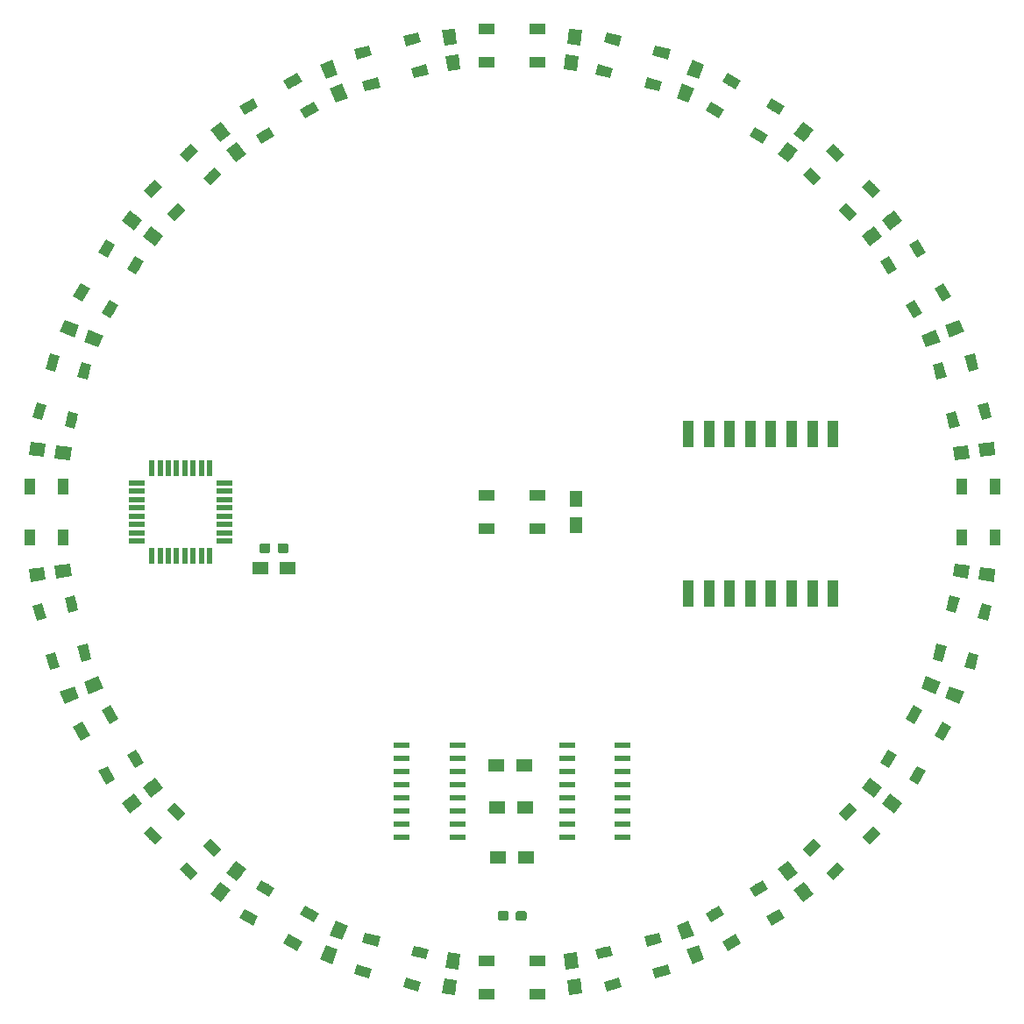
<source format=gtp>
G04 #@! TF.GenerationSoftware,KiCad,Pcbnew,(5.0.0)*
G04 #@! TF.CreationDate,2018-09-08T19:21:57+02:00*
G04 #@! TF.ProjectId,hal9k-badge,68616C396B2D62616467652E6B696361,rev?*
G04 #@! TF.SameCoordinates,PX5f5e100PY8f0d180*
G04 #@! TF.FileFunction,Paste,Top*
G04 #@! TF.FilePolarity,Positive*
%FSLAX46Y46*%
G04 Gerber Fmt 4.6, Leading zero omitted, Abs format (unit mm)*
G04 Created by KiCad (PCBNEW (5.0.0)) date 09/08/18 19:21:57*
%MOMM*%
%LPD*%
G01*
G04 APERTURE LIST*
%ADD10R,1.500000X0.600000*%
%ADD11C,1.000000*%
%ADD12C,0.100000*%
%ADD13R,1.500000X1.000000*%
%ADD14R,1.000000X1.500000*%
%ADD15C,1.250000*%
%ADD16R,1.250000X1.500000*%
%ADD17R,1.500000X1.300000*%
%ADD18R,1.600000X0.550000*%
%ADD19R,0.550000X1.600000*%
%ADD20C,0.950000*%
%ADD21R,1.100000X2.500000*%
G04 APERTURE END LIST*
D10*
G04 #@! TO.C,U5*
X55300000Y27445000D03*
X55300000Y26175000D03*
X55300000Y24905000D03*
X55300000Y23635000D03*
X55300000Y22365000D03*
X55300000Y21095000D03*
X55300000Y19825000D03*
X55300000Y18555000D03*
X60700000Y18555000D03*
X60700000Y19825000D03*
X60700000Y21095000D03*
X60700000Y22365000D03*
X60700000Y23635000D03*
X60700000Y24905000D03*
X60700000Y26175000D03*
X60700000Y27445000D03*
G04 #@! TD*
D11*
G04 #@! TO.C,D7*
X95646250Y40305551D03*
D12*
G36*
X95935099Y39451697D02*
X94969173Y39710516D01*
X95357401Y41159405D01*
X96323327Y40900586D01*
X95935099Y39451697D01*
X95935099Y39451697D01*
G37*
D11*
X92555287Y41133772D03*
D12*
G36*
X92844136Y40279918D02*
X91878210Y40538737D01*
X92266438Y41987626D01*
X93232364Y41728807D01*
X92844136Y40279918D01*
X92844136Y40279918D01*
G37*
D11*
X94378037Y35572514D03*
D12*
G36*
X94666886Y34718660D02*
X93700960Y34977479D01*
X94089188Y36426368D01*
X95055114Y36167549D01*
X94666886Y34718660D01*
X94666886Y34718660D01*
G37*
D11*
X91287074Y36400735D03*
D12*
G36*
X91575923Y35546881D02*
X90609997Y35805700D01*
X90998225Y37254589D01*
X91964151Y36995770D01*
X91575923Y35546881D01*
X91575923Y35546881D01*
G37*
G04 #@! TD*
D11*
G04 #@! TO.C,D8*
X91581784Y28821762D03*
D12*
G36*
X91639797Y27922243D02*
X90773771Y28422243D01*
X91523771Y29721281D01*
X92389797Y29221281D01*
X91639797Y27922243D01*
X91639797Y27922243D01*
G37*
D11*
X88810502Y30421762D03*
D12*
G36*
X88868515Y29522243D02*
X88002489Y30022243D01*
X88752489Y31321281D01*
X89618515Y30821281D01*
X88868515Y29522243D01*
X88868515Y29522243D01*
G37*
D11*
X89131784Y24578238D03*
D12*
G36*
X89189797Y23678719D02*
X88323771Y24178719D01*
X89073771Y25477757D01*
X89939797Y24977757D01*
X89189797Y23678719D01*
X89189797Y23678719D01*
G37*
D11*
X86360502Y26178238D03*
D12*
G36*
X86418515Y25278719D02*
X85552489Y25778719D01*
X86302489Y27077757D01*
X87168515Y26577757D01*
X86418515Y25278719D01*
X86418515Y25278719D01*
G37*
G04 #@! TD*
D11*
G04 #@! TO.C,D9*
X84683587Y18781236D03*
D12*
G36*
X84506810Y17897353D02*
X83799704Y18604459D01*
X84860364Y19665119D01*
X85567470Y18958013D01*
X84506810Y17897353D01*
X84506810Y17897353D01*
G37*
D11*
X82420846Y21043977D03*
D12*
G36*
X82244069Y20160094D02*
X81536963Y20867200D01*
X82597623Y21927860D01*
X83304729Y21220754D01*
X82244069Y20160094D01*
X82244069Y20160094D01*
G37*
D11*
X81218764Y15316413D03*
D12*
G36*
X81041987Y14432530D02*
X80334881Y15139636D01*
X81395541Y16200296D01*
X82102647Y15493190D01*
X81041987Y14432530D01*
X81041987Y14432530D01*
G37*
D11*
X78956023Y17579154D03*
D12*
G36*
X78779246Y16695271D02*
X78072140Y17402377D01*
X79132800Y18463037D01*
X79839906Y17755931D01*
X78779246Y16695271D01*
X78779246Y16695271D01*
G37*
G04 #@! TD*
D11*
G04 #@! TO.C,D10*
X75421762Y10868216D03*
D12*
G36*
X75022243Y10060203D02*
X74522243Y10926229D01*
X75821281Y11676229D01*
X76321281Y10810203D01*
X75022243Y10060203D01*
X75022243Y10060203D01*
G37*
D11*
X73821762Y13639498D03*
D12*
G36*
X73422243Y12831485D02*
X72922243Y13697511D01*
X74221281Y14447511D01*
X74721281Y13581485D01*
X73422243Y12831485D01*
X73422243Y12831485D01*
G37*
D11*
X71178238Y8418216D03*
D12*
G36*
X70778719Y7610203D02*
X70278719Y8476229D01*
X71577757Y9226229D01*
X72077757Y8360203D01*
X70778719Y7610203D01*
X70778719Y7610203D01*
G37*
D11*
X69578238Y11189498D03*
D12*
G36*
X69178719Y10381485D02*
X68678719Y11247511D01*
X69977757Y11997511D01*
X70477757Y11131485D01*
X69178719Y10381485D01*
X69178719Y10381485D01*
G37*
G04 #@! TD*
D11*
G04 #@! TO.C,D11*
X64427486Y5621963D03*
D12*
G36*
X63832451Y4944886D02*
X63573632Y5910812D01*
X65022521Y6299040D01*
X65281340Y5333114D01*
X63832451Y4944886D01*
X63832451Y4944886D01*
G37*
D11*
X63599265Y8712926D03*
D12*
G36*
X63004230Y8035849D02*
X62745411Y9001775D01*
X64194300Y9390003D01*
X64453119Y8424077D01*
X63004230Y8035849D01*
X63004230Y8035849D01*
G37*
D11*
X59694449Y4353750D03*
D12*
G36*
X59099414Y3676673D02*
X58840595Y4642599D01*
X60289484Y5030827D01*
X60548303Y4064901D01*
X59099414Y3676673D01*
X59099414Y3676673D01*
G37*
D11*
X58866228Y7444713D03*
D12*
G36*
X58271193Y6767636D02*
X58012374Y7733562D01*
X59461263Y8121790D01*
X59720082Y7155864D01*
X58271193Y6767636D01*
X58271193Y6767636D01*
G37*
G04 #@! TD*
D13*
G04 #@! TO.C,D12*
X52450000Y3400000D03*
X52450000Y6600000D03*
X47550000Y3400000D03*
X47550000Y6600000D03*
G04 #@! TD*
D11*
G04 #@! TO.C,D13*
X40305551Y4353750D03*
D12*
G36*
X39451697Y4064901D02*
X39710516Y5030827D01*
X41159405Y4642599D01*
X40900586Y3676673D01*
X39451697Y4064901D01*
X39451697Y4064901D01*
G37*
D11*
X41133772Y7444713D03*
D12*
G36*
X40279918Y7155864D02*
X40538737Y8121790D01*
X41987626Y7733562D01*
X41728807Y6767636D01*
X40279918Y7155864D01*
X40279918Y7155864D01*
G37*
D11*
X35572514Y5621963D03*
D12*
G36*
X34718660Y5333114D02*
X34977479Y6299040D01*
X36426368Y5910812D01*
X36167549Y4944886D01*
X34718660Y5333114D01*
X34718660Y5333114D01*
G37*
D11*
X36400735Y8712926D03*
D12*
G36*
X35546881Y8424077D02*
X35805700Y9390003D01*
X37254589Y9001775D01*
X36995770Y8035849D01*
X35546881Y8424077D01*
X35546881Y8424077D01*
G37*
G04 #@! TD*
D11*
G04 #@! TO.C,D14*
X28821762Y8418216D03*
D12*
G36*
X27922243Y8360203D02*
X28422243Y9226229D01*
X29721281Y8476229D01*
X29221281Y7610203D01*
X27922243Y8360203D01*
X27922243Y8360203D01*
G37*
D11*
X30421762Y11189498D03*
D12*
G36*
X29522243Y11131485D02*
X30022243Y11997511D01*
X31321281Y11247511D01*
X30821281Y10381485D01*
X29522243Y11131485D01*
X29522243Y11131485D01*
G37*
D11*
X24578238Y10868216D03*
D12*
G36*
X23678719Y10810203D02*
X24178719Y11676229D01*
X25477757Y10926229D01*
X24977757Y10060203D01*
X23678719Y10810203D01*
X23678719Y10810203D01*
G37*
D11*
X26178238Y13639498D03*
D12*
G36*
X25278719Y13581485D02*
X25778719Y14447511D01*
X27077757Y13697511D01*
X26577757Y12831485D01*
X25278719Y13581485D01*
X25278719Y13581485D01*
G37*
G04 #@! TD*
D11*
G04 #@! TO.C,D15*
X18781236Y15316413D03*
D12*
G36*
X17897353Y15493190D02*
X18604459Y16200296D01*
X19665119Y15139636D01*
X18958013Y14432530D01*
X17897353Y15493190D01*
X17897353Y15493190D01*
G37*
D11*
X21043977Y17579154D03*
D12*
G36*
X20160094Y17755931D02*
X20867200Y18463037D01*
X21927860Y17402377D01*
X21220754Y16695271D01*
X20160094Y17755931D01*
X20160094Y17755931D01*
G37*
D11*
X15316413Y18781236D03*
D12*
G36*
X14432530Y18958013D02*
X15139636Y19665119D01*
X16200296Y18604459D01*
X15493190Y17897353D01*
X14432530Y18958013D01*
X14432530Y18958013D01*
G37*
D11*
X17579154Y21043977D03*
D12*
G36*
X16695271Y21220754D02*
X17402377Y21927860D01*
X18463037Y20867200D01*
X17755931Y20160094D01*
X16695271Y21220754D01*
X16695271Y21220754D01*
G37*
G04 #@! TD*
D11*
G04 #@! TO.C,D16*
X10868216Y24578238D03*
D12*
G36*
X10060203Y24977757D02*
X10926229Y25477757D01*
X11676229Y24178719D01*
X10810203Y23678719D01*
X10060203Y24977757D01*
X10060203Y24977757D01*
G37*
D11*
X13639498Y26178238D03*
D12*
G36*
X12831485Y26577757D02*
X13697511Y27077757D01*
X14447511Y25778719D01*
X13581485Y25278719D01*
X12831485Y26577757D01*
X12831485Y26577757D01*
G37*
D11*
X8418216Y28821762D03*
D12*
G36*
X7610203Y29221281D02*
X8476229Y29721281D01*
X9226229Y28422243D01*
X8360203Y27922243D01*
X7610203Y29221281D01*
X7610203Y29221281D01*
G37*
D11*
X11189498Y30421762D03*
D12*
G36*
X10381485Y30821281D02*
X11247511Y31321281D01*
X11997511Y30022243D01*
X11131485Y29522243D01*
X10381485Y30821281D01*
X10381485Y30821281D01*
G37*
G04 #@! TD*
D11*
G04 #@! TO.C,D17*
X5621963Y35572514D03*
D12*
G36*
X4944886Y36167549D02*
X5910812Y36426368D01*
X6299040Y34977479D01*
X5333114Y34718660D01*
X4944886Y36167549D01*
X4944886Y36167549D01*
G37*
D11*
X8712926Y36400735D03*
D12*
G36*
X8035849Y36995770D02*
X9001775Y37254589D01*
X9390003Y35805700D01*
X8424077Y35546881D01*
X8035849Y36995770D01*
X8035849Y36995770D01*
G37*
D11*
X4353750Y40305551D03*
D12*
G36*
X3676673Y40900586D02*
X4642599Y41159405D01*
X5030827Y39710516D01*
X4064901Y39451697D01*
X3676673Y40900586D01*
X3676673Y40900586D01*
G37*
D11*
X7444713Y41133772D03*
D12*
G36*
X6767636Y41728807D02*
X7733562Y41987626D01*
X8121790Y40538737D01*
X7155864Y40279918D01*
X6767636Y41728807D01*
X6767636Y41728807D01*
G37*
G04 #@! TD*
D14*
G04 #@! TO.C,D18*
X3400000Y47550000D03*
X6600000Y47550000D03*
X3400000Y52450000D03*
X6600000Y52450000D03*
G04 #@! TD*
D11*
G04 #@! TO.C,D19*
X4353750Y59694449D03*
D12*
G36*
X4064901Y60548303D02*
X5030827Y60289484D01*
X4642599Y58840595D01*
X3676673Y59099414D01*
X4064901Y60548303D01*
X4064901Y60548303D01*
G37*
D11*
X7444713Y58866228D03*
D12*
G36*
X7155864Y59720082D02*
X8121790Y59461263D01*
X7733562Y58012374D01*
X6767636Y58271193D01*
X7155864Y59720082D01*
X7155864Y59720082D01*
G37*
D11*
X5621963Y64427486D03*
D12*
G36*
X5333114Y65281340D02*
X6299040Y65022521D01*
X5910812Y63573632D01*
X4944886Y63832451D01*
X5333114Y65281340D01*
X5333114Y65281340D01*
G37*
D11*
X8712926Y63599265D03*
D12*
G36*
X8424077Y64453119D02*
X9390003Y64194300D01*
X9001775Y62745411D01*
X8035849Y63004230D01*
X8424077Y64453119D01*
X8424077Y64453119D01*
G37*
G04 #@! TD*
D11*
G04 #@! TO.C,D20*
X8418216Y71178238D03*
D12*
G36*
X8360203Y72077757D02*
X9226229Y71577757D01*
X8476229Y70278719D01*
X7610203Y70778719D01*
X8360203Y72077757D01*
X8360203Y72077757D01*
G37*
D11*
X11189498Y69578238D03*
D12*
G36*
X11131485Y70477757D02*
X11997511Y69977757D01*
X11247511Y68678719D01*
X10381485Y69178719D01*
X11131485Y70477757D01*
X11131485Y70477757D01*
G37*
D11*
X10868216Y75421762D03*
D12*
G36*
X10810203Y76321281D02*
X11676229Y75821281D01*
X10926229Y74522243D01*
X10060203Y75022243D01*
X10810203Y76321281D01*
X10810203Y76321281D01*
G37*
D11*
X13639498Y73821762D03*
D12*
G36*
X13581485Y74721281D02*
X14447511Y74221281D01*
X13697511Y72922243D01*
X12831485Y73422243D01*
X13581485Y74721281D01*
X13581485Y74721281D01*
G37*
G04 #@! TD*
D11*
G04 #@! TO.C,D21*
X15316413Y81218764D03*
D12*
G36*
X15493190Y82102647D02*
X16200296Y81395541D01*
X15139636Y80334881D01*
X14432530Y81041987D01*
X15493190Y82102647D01*
X15493190Y82102647D01*
G37*
D11*
X17579154Y78956023D03*
D12*
G36*
X17755931Y79839906D02*
X18463037Y79132800D01*
X17402377Y78072140D01*
X16695271Y78779246D01*
X17755931Y79839906D01*
X17755931Y79839906D01*
G37*
D11*
X18781236Y84683587D03*
D12*
G36*
X18958013Y85567470D02*
X19665119Y84860364D01*
X18604459Y83799704D01*
X17897353Y84506810D01*
X18958013Y85567470D01*
X18958013Y85567470D01*
G37*
D11*
X21043977Y82420846D03*
D12*
G36*
X21220754Y83304729D02*
X21927860Y82597623D01*
X20867200Y81536963D01*
X20160094Y82244069D01*
X21220754Y83304729D01*
X21220754Y83304729D01*
G37*
G04 #@! TD*
D11*
G04 #@! TO.C,D22*
X24578238Y89131784D03*
D12*
G36*
X24977757Y89939797D02*
X25477757Y89073771D01*
X24178719Y88323771D01*
X23678719Y89189797D01*
X24977757Y89939797D01*
X24977757Y89939797D01*
G37*
D11*
X26178238Y86360502D03*
D12*
G36*
X26577757Y87168515D02*
X27077757Y86302489D01*
X25778719Y85552489D01*
X25278719Y86418515D01*
X26577757Y87168515D01*
X26577757Y87168515D01*
G37*
D11*
X28821762Y91581784D03*
D12*
G36*
X29221281Y92389797D02*
X29721281Y91523771D01*
X28422243Y90773771D01*
X27922243Y91639797D01*
X29221281Y92389797D01*
X29221281Y92389797D01*
G37*
D11*
X30421762Y88810502D03*
D12*
G36*
X30821281Y89618515D02*
X31321281Y88752489D01*
X30022243Y88002489D01*
X29522243Y88868515D01*
X30821281Y89618515D01*
X30821281Y89618515D01*
G37*
G04 #@! TD*
D11*
G04 #@! TO.C,D23*
X35572514Y94378037D03*
D12*
G36*
X36167549Y95055114D02*
X36426368Y94089188D01*
X34977479Y93700960D01*
X34718660Y94666886D01*
X36167549Y95055114D01*
X36167549Y95055114D01*
G37*
D11*
X36400735Y91287074D03*
D12*
G36*
X36995770Y91964151D02*
X37254589Y90998225D01*
X35805700Y90609997D01*
X35546881Y91575923D01*
X36995770Y91964151D01*
X36995770Y91964151D01*
G37*
D11*
X40305551Y95646250D03*
D12*
G36*
X40900586Y96323327D02*
X41159405Y95357401D01*
X39710516Y94969173D01*
X39451697Y95935099D01*
X40900586Y96323327D01*
X40900586Y96323327D01*
G37*
D11*
X41133772Y92555287D03*
D12*
G36*
X41728807Y93232364D02*
X41987626Y92266438D01*
X40538737Y91878210D01*
X40279918Y92844136D01*
X41728807Y93232364D01*
X41728807Y93232364D01*
G37*
G04 #@! TD*
D13*
G04 #@! TO.C,D24*
X47550000Y96600000D03*
X47550000Y93400000D03*
X52450000Y96600000D03*
X52450000Y93400000D03*
G04 #@! TD*
D11*
G04 #@! TO.C,D1*
X59694449Y95646250D03*
D12*
G36*
X60548303Y95935099D02*
X60289484Y94969173D01*
X58840595Y95357401D01*
X59099414Y96323327D01*
X60548303Y95935099D01*
X60548303Y95935099D01*
G37*
D11*
X58866228Y92555287D03*
D12*
G36*
X59720082Y92844136D02*
X59461263Y91878210D01*
X58012374Y92266438D01*
X58271193Y93232364D01*
X59720082Y92844136D01*
X59720082Y92844136D01*
G37*
D11*
X64427486Y94378037D03*
D12*
G36*
X65281340Y94666886D02*
X65022521Y93700960D01*
X63573632Y94089188D01*
X63832451Y95055114D01*
X65281340Y94666886D01*
X65281340Y94666886D01*
G37*
D11*
X63599265Y91287074D03*
D12*
G36*
X64453119Y91575923D02*
X64194300Y90609997D01*
X62745411Y90998225D01*
X63004230Y91964151D01*
X64453119Y91575923D01*
X64453119Y91575923D01*
G37*
G04 #@! TD*
D11*
G04 #@! TO.C,D2*
X71178238Y91581784D03*
D12*
G36*
X72077757Y91639797D02*
X71577757Y90773771D01*
X70278719Y91523771D01*
X70778719Y92389797D01*
X72077757Y91639797D01*
X72077757Y91639797D01*
G37*
D11*
X69578238Y88810502D03*
D12*
G36*
X70477757Y88868515D02*
X69977757Y88002489D01*
X68678719Y88752489D01*
X69178719Y89618515D01*
X70477757Y88868515D01*
X70477757Y88868515D01*
G37*
D11*
X75421762Y89131784D03*
D12*
G36*
X76321281Y89189797D02*
X75821281Y88323771D01*
X74522243Y89073771D01*
X75022243Y89939797D01*
X76321281Y89189797D01*
X76321281Y89189797D01*
G37*
D11*
X73821762Y86360502D03*
D12*
G36*
X74721281Y86418515D02*
X74221281Y85552489D01*
X72922243Y86302489D01*
X73422243Y87168515D01*
X74721281Y86418515D01*
X74721281Y86418515D01*
G37*
G04 #@! TD*
D11*
G04 #@! TO.C,D3*
X81218764Y84683587D03*
D12*
G36*
X82102647Y84506810D02*
X81395541Y83799704D01*
X80334881Y84860364D01*
X81041987Y85567470D01*
X82102647Y84506810D01*
X82102647Y84506810D01*
G37*
D11*
X78956023Y82420846D03*
D12*
G36*
X79839906Y82244069D02*
X79132800Y81536963D01*
X78072140Y82597623D01*
X78779246Y83304729D01*
X79839906Y82244069D01*
X79839906Y82244069D01*
G37*
D11*
X84683587Y81218764D03*
D12*
G36*
X85567470Y81041987D02*
X84860364Y80334881D01*
X83799704Y81395541D01*
X84506810Y82102647D01*
X85567470Y81041987D01*
X85567470Y81041987D01*
G37*
D11*
X82420846Y78956023D03*
D12*
G36*
X83304729Y78779246D02*
X82597623Y78072140D01*
X81536963Y79132800D01*
X82244069Y79839906D01*
X83304729Y78779246D01*
X83304729Y78779246D01*
G37*
G04 #@! TD*
D11*
G04 #@! TO.C,D4*
X89131784Y75421762D03*
D12*
G36*
X89939797Y75022243D02*
X89073771Y74522243D01*
X88323771Y75821281D01*
X89189797Y76321281D01*
X89939797Y75022243D01*
X89939797Y75022243D01*
G37*
D11*
X86360502Y73821762D03*
D12*
G36*
X87168515Y73422243D02*
X86302489Y72922243D01*
X85552489Y74221281D01*
X86418515Y74721281D01*
X87168515Y73422243D01*
X87168515Y73422243D01*
G37*
D11*
X91581784Y71178238D03*
D12*
G36*
X92389797Y70778719D02*
X91523771Y70278719D01*
X90773771Y71577757D01*
X91639797Y72077757D01*
X92389797Y70778719D01*
X92389797Y70778719D01*
G37*
D11*
X88810502Y69578238D03*
D12*
G36*
X89618515Y69178719D02*
X88752489Y68678719D01*
X88002489Y69977757D01*
X88868515Y70477757D01*
X89618515Y69178719D01*
X89618515Y69178719D01*
G37*
G04 #@! TD*
D11*
G04 #@! TO.C,D5*
X94378037Y64427486D03*
D12*
G36*
X95055114Y63832451D02*
X94089188Y63573632D01*
X93700960Y65022521D01*
X94666886Y65281340D01*
X95055114Y63832451D01*
X95055114Y63832451D01*
G37*
D11*
X91287074Y63599265D03*
D12*
G36*
X91964151Y63004230D02*
X90998225Y62745411D01*
X90609997Y64194300D01*
X91575923Y64453119D01*
X91964151Y63004230D01*
X91964151Y63004230D01*
G37*
D11*
X95646250Y59694449D03*
D12*
G36*
X96323327Y59099414D02*
X95357401Y58840595D01*
X94969173Y60289484D01*
X95935099Y60548303D01*
X96323327Y59099414D01*
X96323327Y59099414D01*
G37*
D11*
X92555287Y58866228D03*
D12*
G36*
X93232364Y58271193D02*
X92266438Y58012374D01*
X91878210Y59461263D01*
X92844136Y59720082D01*
X93232364Y58271193D01*
X93232364Y58271193D01*
G37*
G04 #@! TD*
D14*
G04 #@! TO.C,D6*
X96600000Y52450000D03*
X93400000Y52450000D03*
X96600000Y47550000D03*
X93400000Y47550000D03*
G04 #@! TD*
D13*
G04 #@! TO.C,D25*
X52450000Y48400000D03*
X52450000Y51600000D03*
X47550000Y48400000D03*
X47550000Y51600000D03*
G04 #@! TD*
D15*
G04 #@! TO.C,C18*
X90419729Y33257600D03*
D12*
G36*
X89487642Y32967188D02*
X89965996Y34122037D01*
X91351816Y33548012D01*
X90873462Y32393163D01*
X89487642Y32967188D01*
X89487642Y32967188D01*
G37*
D15*
X92729427Y32300892D03*
D12*
G36*
X91797340Y32010480D02*
X92275694Y33165329D01*
X93661514Y32591304D01*
X93183160Y31436455D01*
X91797340Y32010480D01*
X91797340Y32010480D01*
G37*
G04 #@! TD*
D15*
G04 #@! TO.C,C19*
X84709208Y23366689D03*
D12*
G36*
X83733717Y23327414D02*
X84494669Y24319106D01*
X85684699Y23405964D01*
X84923747Y22414272D01*
X83733717Y23327414D01*
X83733717Y23327414D01*
G37*
D15*
X86692592Y21844785D03*
D12*
G36*
X85717101Y21805510D02*
X86478053Y22797202D01*
X87668083Y21884060D01*
X86907131Y20892368D01*
X85717101Y21805510D01*
X85717101Y21805510D01*
G37*
G04 #@! TD*
D15*
G04 #@! TO.C,C20*
X76633312Y15290793D03*
D12*
G36*
X75680895Y15505332D02*
X76672587Y16266284D01*
X77585729Y15076254D01*
X76594037Y14315302D01*
X75680895Y15505332D01*
X75680895Y15505332D01*
G37*
D15*
X78155216Y13307409D03*
D12*
G36*
X77202799Y13521948D02*
X78194491Y14282900D01*
X79107633Y13092870D01*
X78115941Y12331918D01*
X77202799Y13521948D01*
X77202799Y13521948D01*
G37*
G04 #@! TD*
D15*
G04 #@! TO.C,C21*
X66742401Y9580271D03*
D12*
G36*
X65877964Y10034004D02*
X67032813Y10512358D01*
X67606838Y9126538D01*
X66451989Y8648184D01*
X65877964Y10034004D01*
X65877964Y10034004D01*
G37*
D15*
X67699109Y7270573D03*
D12*
G36*
X66834672Y7724306D02*
X67989521Y8202660D01*
X68563546Y6816840D01*
X67408697Y6338486D01*
X66834672Y7724306D01*
X66834672Y7724306D01*
G37*
G04 #@! TD*
D15*
G04 #@! TO.C,C22*
X55710521Y6624288D03*
D12*
G36*
X54992973Y7286293D02*
X56232279Y7449451D01*
X56428069Y5962283D01*
X55188763Y5799125D01*
X54992973Y7286293D01*
X54992973Y7286293D01*
G37*
D15*
X56036837Y4145676D03*
D12*
G36*
X55319289Y4807681D02*
X56558595Y4970839D01*
X56754385Y3483671D01*
X55515079Y3320513D01*
X55319289Y4807681D01*
X55319289Y4807681D01*
G37*
G04 #@! TD*
D15*
G04 #@! TO.C,C23*
X44289480Y6624288D03*
D12*
G36*
X43767722Y7449451D02*
X45007028Y7286293D01*
X44811238Y5799125D01*
X43571932Y5962283D01*
X43767722Y7449451D01*
X43767722Y7449451D01*
G37*
D15*
X43963164Y4145676D03*
D12*
G36*
X43441406Y4970839D02*
X44680712Y4807681D01*
X44484922Y3320513D01*
X43245616Y3483671D01*
X43441406Y4970839D01*
X43441406Y4970839D01*
G37*
G04 #@! TD*
D15*
G04 #@! TO.C,C24*
X33257600Y9580271D03*
D12*
G36*
X32967188Y10512358D02*
X34122037Y10034004D01*
X33548012Y8648184D01*
X32393163Y9126538D01*
X32967188Y10512358D01*
X32967188Y10512358D01*
G37*
D15*
X32300892Y7270573D03*
D12*
G36*
X32010480Y8202660D02*
X33165329Y7724306D01*
X32591304Y6338486D01*
X31436455Y6816840D01*
X32010480Y8202660D01*
X32010480Y8202660D01*
G37*
G04 #@! TD*
D15*
G04 #@! TO.C,C25*
X23366689Y15290792D03*
D12*
G36*
X23327414Y16266283D02*
X24319106Y15505331D01*
X23405964Y14315301D01*
X22414272Y15076253D01*
X23327414Y16266283D01*
X23327414Y16266283D01*
G37*
D15*
X21844785Y13307408D03*
D12*
G36*
X21805510Y14282899D02*
X22797202Y13521947D01*
X21884060Y12331917D01*
X20892368Y13092869D01*
X21805510Y14282899D01*
X21805510Y14282899D01*
G37*
G04 #@! TD*
D15*
G04 #@! TO.C,C26*
X15290793Y23366688D03*
D12*
G36*
X15505332Y24319105D02*
X16266284Y23327413D01*
X15076254Y22414271D01*
X14315302Y23405963D01*
X15505332Y24319105D01*
X15505332Y24319105D01*
G37*
D15*
X13307409Y21844784D03*
D12*
G36*
X13521948Y22797201D02*
X14282900Y21805509D01*
X13092870Y20892367D01*
X12331918Y21884059D01*
X13521948Y22797201D01*
X13521948Y22797201D01*
G37*
G04 #@! TD*
D15*
G04 #@! TO.C,C27*
X9580271Y33257599D03*
D12*
G36*
X10034004Y34122036D02*
X10512358Y32967187D01*
X9126538Y32393162D01*
X8648184Y33548011D01*
X10034004Y34122036D01*
X10034004Y34122036D01*
G37*
D15*
X7270573Y32300891D03*
D12*
G36*
X7724306Y33165328D02*
X8202660Y32010479D01*
X6816840Y31436454D01*
X6338486Y32591303D01*
X7724306Y33165328D01*
X7724306Y33165328D01*
G37*
G04 #@! TD*
D15*
G04 #@! TO.C,C28*
X6624288Y44289479D03*
D12*
G36*
X7286293Y45007027D02*
X7449451Y43767721D01*
X5962283Y43571931D01*
X5799125Y44811237D01*
X7286293Y45007027D01*
X7286293Y45007027D01*
G37*
D15*
X4145676Y43963163D03*
D12*
G36*
X4807681Y44680711D02*
X4970839Y43441405D01*
X3483671Y43245615D01*
X3320513Y44484921D01*
X4807681Y44680711D01*
X4807681Y44680711D01*
G37*
G04 #@! TD*
D15*
G04 #@! TO.C,C29*
X6624288Y55710520D03*
D12*
G36*
X7449451Y56232278D02*
X7286293Y54992972D01*
X5799125Y55188762D01*
X5962283Y56428068D01*
X7449451Y56232278D01*
X7449451Y56232278D01*
G37*
D15*
X4145676Y56036836D03*
D12*
G36*
X4970839Y56558594D02*
X4807681Y55319288D01*
X3320513Y55515078D01*
X3483671Y56754384D01*
X4970839Y56558594D01*
X4970839Y56558594D01*
G37*
G04 #@! TD*
D15*
G04 #@! TO.C,C30*
X9580271Y66742400D03*
D12*
G36*
X10512358Y67032812D02*
X10034004Y65877963D01*
X8648184Y66451988D01*
X9126538Y67606837D01*
X10512358Y67032812D01*
X10512358Y67032812D01*
G37*
D15*
X7270573Y67699108D03*
D12*
G36*
X8202660Y67989520D02*
X7724306Y66834671D01*
X6338486Y67408696D01*
X6816840Y68563545D01*
X8202660Y67989520D01*
X8202660Y67989520D01*
G37*
G04 #@! TD*
D15*
G04 #@! TO.C,C31*
X15290792Y76633311D03*
D12*
G36*
X16266283Y76672586D02*
X15505331Y75680894D01*
X14315301Y76594036D01*
X15076253Y77585728D01*
X16266283Y76672586D01*
X16266283Y76672586D01*
G37*
D15*
X13307408Y78155215D03*
D12*
G36*
X14282899Y78194490D02*
X13521947Y77202798D01*
X12331917Y78115940D01*
X13092869Y79107632D01*
X14282899Y78194490D01*
X14282899Y78194490D01*
G37*
G04 #@! TD*
D15*
G04 #@! TO.C,C32*
X23366688Y84709207D03*
D12*
G36*
X24319105Y84494668D02*
X23327413Y83733716D01*
X22414271Y84923746D01*
X23405963Y85684698D01*
X24319105Y84494668D01*
X24319105Y84494668D01*
G37*
D15*
X21844784Y86692591D03*
D12*
G36*
X22797201Y86478052D02*
X21805509Y85717100D01*
X20892367Y86907130D01*
X21884059Y87668082D01*
X22797201Y86478052D01*
X22797201Y86478052D01*
G37*
G04 #@! TD*
D15*
G04 #@! TO.C,C33*
X33257599Y90419729D03*
D12*
G36*
X34122036Y89965996D02*
X32967187Y89487642D01*
X32393162Y90873462D01*
X33548011Y91351816D01*
X34122036Y89965996D01*
X34122036Y89965996D01*
G37*
D15*
X32300891Y92729427D03*
D12*
G36*
X33165328Y92275694D02*
X32010479Y91797340D01*
X31436454Y93183160D01*
X32591303Y93661514D01*
X33165328Y92275694D01*
X33165328Y92275694D01*
G37*
G04 #@! TD*
D15*
G04 #@! TO.C,C34*
X44289479Y93375712D03*
D12*
G36*
X45007027Y92713707D02*
X43767721Y92550549D01*
X43571931Y94037717D01*
X44811237Y94200875D01*
X45007027Y92713707D01*
X45007027Y92713707D01*
G37*
D15*
X43963163Y95854324D03*
D12*
G36*
X44680711Y95192319D02*
X43441405Y95029161D01*
X43245615Y96516329D01*
X44484921Y96679487D01*
X44680711Y95192319D01*
X44680711Y95192319D01*
G37*
G04 #@! TD*
D15*
G04 #@! TO.C,C35*
X55710520Y93375712D03*
D12*
G36*
X56232278Y92550549D02*
X54992972Y92713707D01*
X55188762Y94200875D01*
X56428068Y94037717D01*
X56232278Y92550549D01*
X56232278Y92550549D01*
G37*
D15*
X56036836Y95854324D03*
D12*
G36*
X56558594Y95029161D02*
X55319288Y95192319D01*
X55515078Y96679487D01*
X56754384Y96516329D01*
X56558594Y95029161D01*
X56558594Y95029161D01*
G37*
G04 #@! TD*
D15*
G04 #@! TO.C,C12*
X66742400Y90419729D03*
D12*
G36*
X67032812Y89487642D02*
X65877963Y89965996D01*
X66451988Y91351816D01*
X67606837Y90873462D01*
X67032812Y89487642D01*
X67032812Y89487642D01*
G37*
D15*
X67699108Y92729427D03*
D12*
G36*
X67989520Y91797340D02*
X66834671Y92275694D01*
X67408696Y93661514D01*
X68563545Y93183160D01*
X67989520Y91797340D01*
X67989520Y91797340D01*
G37*
G04 #@! TD*
D15*
G04 #@! TO.C,C13*
X76633311Y84709208D03*
D12*
G36*
X76672586Y83733717D02*
X75680894Y84494669D01*
X76594036Y85684699D01*
X77585728Y84923747D01*
X76672586Y83733717D01*
X76672586Y83733717D01*
G37*
D15*
X78155215Y86692592D03*
D12*
G36*
X78194490Y85717101D02*
X77202798Y86478053D01*
X78115940Y87668083D01*
X79107632Y86907131D01*
X78194490Y85717101D01*
X78194490Y85717101D01*
G37*
G04 #@! TD*
D15*
G04 #@! TO.C,C14*
X84709207Y76633312D03*
D12*
G36*
X84494668Y75680895D02*
X83733716Y76672587D01*
X84923746Y77585729D01*
X85684698Y76594037D01*
X84494668Y75680895D01*
X84494668Y75680895D01*
G37*
D15*
X86692591Y78155216D03*
D12*
G36*
X86478052Y77202799D02*
X85717100Y78194491D01*
X86907130Y79107633D01*
X87668082Y78115941D01*
X86478052Y77202799D01*
X86478052Y77202799D01*
G37*
G04 #@! TD*
D15*
G04 #@! TO.C,C15*
X90419729Y66742401D03*
D12*
G36*
X89965996Y65877964D02*
X89487642Y67032813D01*
X90873462Y67606838D01*
X91351816Y66451989D01*
X89965996Y65877964D01*
X89965996Y65877964D01*
G37*
D15*
X92729427Y67699109D03*
D12*
G36*
X92275694Y66834672D02*
X91797340Y67989521D01*
X93183160Y68563546D01*
X93661514Y67408697D01*
X92275694Y66834672D01*
X92275694Y66834672D01*
G37*
G04 #@! TD*
D15*
G04 #@! TO.C,C16*
X93375712Y55710521D03*
D12*
G36*
X92713707Y54992973D02*
X92550549Y56232279D01*
X94037717Y56428069D01*
X94200875Y55188763D01*
X92713707Y54992973D01*
X92713707Y54992973D01*
G37*
D15*
X95854324Y56036837D03*
D12*
G36*
X95192319Y55319289D02*
X95029161Y56558595D01*
X96516329Y56754385D01*
X96679487Y55515079D01*
X95192319Y55319289D01*
X95192319Y55319289D01*
G37*
G04 #@! TD*
D15*
G04 #@! TO.C,C17*
X95854324Y43963164D03*
D12*
G36*
X95029161Y43441406D02*
X95192319Y44680712D01*
X96679487Y44484922D01*
X96516329Y43245616D01*
X95029161Y43441406D01*
X95029161Y43441406D01*
G37*
D15*
X93375712Y44289480D03*
D12*
G36*
X92550549Y43767722D02*
X92713707Y45007028D01*
X94200875Y44811238D01*
X94037717Y43571932D01*
X92550549Y43767722D01*
X92550549Y43767722D01*
G37*
G04 #@! TD*
D16*
G04 #@! TO.C,C36*
X56190000Y48740000D03*
X56190000Y51240000D03*
G04 #@! TD*
D17*
G04 #@! TO.C,R7*
X51240000Y21420000D03*
X48540000Y21420000D03*
G04 #@! TD*
G04 #@! TO.C,R8*
X48470000Y25530000D03*
X51170000Y25530000D03*
G04 #@! TD*
G04 #@! TO.C,R11*
X28350000Y44600000D03*
X25650000Y44600000D03*
G04 #@! TD*
G04 #@! TO.C,R12*
X51350000Y16600000D03*
X48650000Y16600000D03*
G04 #@! TD*
D10*
G04 #@! TO.C,U3*
X44700000Y27445000D03*
X44700000Y26175000D03*
X44700000Y24905000D03*
X44700000Y23635000D03*
X44700000Y22365000D03*
X44700000Y21095000D03*
X44700000Y19825000D03*
X44700000Y18555000D03*
X39300000Y18555000D03*
X39300000Y19825000D03*
X39300000Y21095000D03*
X39300000Y22365000D03*
X39300000Y23635000D03*
X39300000Y24905000D03*
X39300000Y26175000D03*
X39300000Y27445000D03*
G04 #@! TD*
D18*
G04 #@! TO.C,U4*
X13750000Y52800000D03*
X13750000Y52000000D03*
X13750000Y51200000D03*
X13750000Y50400000D03*
X13750000Y49600000D03*
X13750000Y48800000D03*
X13750000Y48000000D03*
X13750000Y47200000D03*
D19*
X15200000Y45750000D03*
X16000000Y45750000D03*
X16800000Y45750000D03*
X17600000Y45750000D03*
X18400000Y45750000D03*
X19200000Y45750000D03*
X20000000Y45750000D03*
X20800000Y45750000D03*
D18*
X22250000Y47200000D03*
X22250000Y48000000D03*
X22250000Y48800000D03*
X22250000Y49600000D03*
X22250000Y50400000D03*
X22250000Y51200000D03*
X22250000Y52000000D03*
X22250000Y52800000D03*
D19*
X20800000Y54250000D03*
X20000000Y54250000D03*
X19200000Y54250000D03*
X18400000Y54250000D03*
X17600000Y54250000D03*
X16800000Y54250000D03*
X16000000Y54250000D03*
X15200000Y54250000D03*
G04 #@! TD*
D12*
G04 #@! TO.C,D27*
G36*
X26435779Y46973856D02*
X26458834Y46970437D01*
X26481443Y46964773D01*
X26503387Y46956921D01*
X26524457Y46946956D01*
X26544448Y46934974D01*
X26563168Y46921090D01*
X26580438Y46905438D01*
X26596090Y46888168D01*
X26609974Y46869448D01*
X26621956Y46849457D01*
X26631921Y46828387D01*
X26639773Y46806443D01*
X26645437Y46783834D01*
X26648856Y46760779D01*
X26650000Y46737500D01*
X26650000Y46262500D01*
X26648856Y46239221D01*
X26645437Y46216166D01*
X26639773Y46193557D01*
X26631921Y46171613D01*
X26621956Y46150543D01*
X26609974Y46130552D01*
X26596090Y46111832D01*
X26580438Y46094562D01*
X26563168Y46078910D01*
X26544448Y46065026D01*
X26524457Y46053044D01*
X26503387Y46043079D01*
X26481443Y46035227D01*
X26458834Y46029563D01*
X26435779Y46026144D01*
X26412500Y46025000D01*
X25837500Y46025000D01*
X25814221Y46026144D01*
X25791166Y46029563D01*
X25768557Y46035227D01*
X25746613Y46043079D01*
X25725543Y46053044D01*
X25705552Y46065026D01*
X25686832Y46078910D01*
X25669562Y46094562D01*
X25653910Y46111832D01*
X25640026Y46130552D01*
X25628044Y46150543D01*
X25618079Y46171613D01*
X25610227Y46193557D01*
X25604563Y46216166D01*
X25601144Y46239221D01*
X25600000Y46262500D01*
X25600000Y46737500D01*
X25601144Y46760779D01*
X25604563Y46783834D01*
X25610227Y46806443D01*
X25618079Y46828387D01*
X25628044Y46849457D01*
X25640026Y46869448D01*
X25653910Y46888168D01*
X25669562Y46905438D01*
X25686832Y46921090D01*
X25705552Y46934974D01*
X25725543Y46946956D01*
X25746613Y46956921D01*
X25768557Y46964773D01*
X25791166Y46970437D01*
X25814221Y46973856D01*
X25837500Y46975000D01*
X26412500Y46975000D01*
X26435779Y46973856D01*
X26435779Y46973856D01*
G37*
D20*
X26125000Y46500000D03*
D12*
G36*
X28185779Y46973856D02*
X28208834Y46970437D01*
X28231443Y46964773D01*
X28253387Y46956921D01*
X28274457Y46946956D01*
X28294448Y46934974D01*
X28313168Y46921090D01*
X28330438Y46905438D01*
X28346090Y46888168D01*
X28359974Y46869448D01*
X28371956Y46849457D01*
X28381921Y46828387D01*
X28389773Y46806443D01*
X28395437Y46783834D01*
X28398856Y46760779D01*
X28400000Y46737500D01*
X28400000Y46262500D01*
X28398856Y46239221D01*
X28395437Y46216166D01*
X28389773Y46193557D01*
X28381921Y46171613D01*
X28371956Y46150543D01*
X28359974Y46130552D01*
X28346090Y46111832D01*
X28330438Y46094562D01*
X28313168Y46078910D01*
X28294448Y46065026D01*
X28274457Y46053044D01*
X28253387Y46043079D01*
X28231443Y46035227D01*
X28208834Y46029563D01*
X28185779Y46026144D01*
X28162500Y46025000D01*
X27587500Y46025000D01*
X27564221Y46026144D01*
X27541166Y46029563D01*
X27518557Y46035227D01*
X27496613Y46043079D01*
X27475543Y46053044D01*
X27455552Y46065026D01*
X27436832Y46078910D01*
X27419562Y46094562D01*
X27403910Y46111832D01*
X27390026Y46130552D01*
X27378044Y46150543D01*
X27368079Y46171613D01*
X27360227Y46193557D01*
X27354563Y46216166D01*
X27351144Y46239221D01*
X27350000Y46262500D01*
X27350000Y46737500D01*
X27351144Y46760779D01*
X27354563Y46783834D01*
X27360227Y46806443D01*
X27368079Y46828387D01*
X27378044Y46849457D01*
X27390026Y46869448D01*
X27403910Y46888168D01*
X27419562Y46905438D01*
X27436832Y46921090D01*
X27455552Y46934974D01*
X27475543Y46946956D01*
X27496613Y46956921D01*
X27518557Y46964773D01*
X27541166Y46970437D01*
X27564221Y46973856D01*
X27587500Y46975000D01*
X28162500Y46975000D01*
X28185779Y46973856D01*
X28185779Y46973856D01*
G37*
D20*
X27875000Y46500000D03*
G04 #@! TD*
D12*
G04 #@! TO.C,D28*
G36*
X49435779Y11473856D02*
X49458834Y11470437D01*
X49481443Y11464773D01*
X49503387Y11456921D01*
X49524457Y11446956D01*
X49544448Y11434974D01*
X49563168Y11421090D01*
X49580438Y11405438D01*
X49596090Y11388168D01*
X49609974Y11369448D01*
X49621956Y11349457D01*
X49631921Y11328387D01*
X49639773Y11306443D01*
X49645437Y11283834D01*
X49648856Y11260779D01*
X49650000Y11237500D01*
X49650000Y10762500D01*
X49648856Y10739221D01*
X49645437Y10716166D01*
X49639773Y10693557D01*
X49631921Y10671613D01*
X49621956Y10650543D01*
X49609974Y10630552D01*
X49596090Y10611832D01*
X49580438Y10594562D01*
X49563168Y10578910D01*
X49544448Y10565026D01*
X49524457Y10553044D01*
X49503387Y10543079D01*
X49481443Y10535227D01*
X49458834Y10529563D01*
X49435779Y10526144D01*
X49412500Y10525000D01*
X48837500Y10525000D01*
X48814221Y10526144D01*
X48791166Y10529563D01*
X48768557Y10535227D01*
X48746613Y10543079D01*
X48725543Y10553044D01*
X48705552Y10565026D01*
X48686832Y10578910D01*
X48669562Y10594562D01*
X48653910Y10611832D01*
X48640026Y10630552D01*
X48628044Y10650543D01*
X48618079Y10671613D01*
X48610227Y10693557D01*
X48604563Y10716166D01*
X48601144Y10739221D01*
X48600000Y10762500D01*
X48600000Y11237500D01*
X48601144Y11260779D01*
X48604563Y11283834D01*
X48610227Y11306443D01*
X48618079Y11328387D01*
X48628044Y11349457D01*
X48640026Y11369448D01*
X48653910Y11388168D01*
X48669562Y11405438D01*
X48686832Y11421090D01*
X48705552Y11434974D01*
X48725543Y11446956D01*
X48746613Y11456921D01*
X48768557Y11464773D01*
X48791166Y11470437D01*
X48814221Y11473856D01*
X48837500Y11475000D01*
X49412500Y11475000D01*
X49435779Y11473856D01*
X49435779Y11473856D01*
G37*
D20*
X49125000Y11000000D03*
D12*
G36*
X51185779Y11473856D02*
X51208834Y11470437D01*
X51231443Y11464773D01*
X51253387Y11456921D01*
X51274457Y11446956D01*
X51294448Y11434974D01*
X51313168Y11421090D01*
X51330438Y11405438D01*
X51346090Y11388168D01*
X51359974Y11369448D01*
X51371956Y11349457D01*
X51381921Y11328387D01*
X51389773Y11306443D01*
X51395437Y11283834D01*
X51398856Y11260779D01*
X51400000Y11237500D01*
X51400000Y10762500D01*
X51398856Y10739221D01*
X51395437Y10716166D01*
X51389773Y10693557D01*
X51381921Y10671613D01*
X51371956Y10650543D01*
X51359974Y10630552D01*
X51346090Y10611832D01*
X51330438Y10594562D01*
X51313168Y10578910D01*
X51294448Y10565026D01*
X51274457Y10553044D01*
X51253387Y10543079D01*
X51231443Y10535227D01*
X51208834Y10529563D01*
X51185779Y10526144D01*
X51162500Y10525000D01*
X50587500Y10525000D01*
X50564221Y10526144D01*
X50541166Y10529563D01*
X50518557Y10535227D01*
X50496613Y10543079D01*
X50475543Y10553044D01*
X50455552Y10565026D01*
X50436832Y10578910D01*
X50419562Y10594562D01*
X50403910Y10611832D01*
X50390026Y10630552D01*
X50378044Y10650543D01*
X50368079Y10671613D01*
X50360227Y10693557D01*
X50354563Y10716166D01*
X50351144Y10739221D01*
X50350000Y10762500D01*
X50350000Y11237500D01*
X50351144Y11260779D01*
X50354563Y11283834D01*
X50360227Y11306443D01*
X50368079Y11328387D01*
X50378044Y11349457D01*
X50390026Y11369448D01*
X50403910Y11388168D01*
X50419562Y11405438D01*
X50436832Y11421090D01*
X50455552Y11434974D01*
X50475543Y11446956D01*
X50496613Y11456921D01*
X50518557Y11464773D01*
X50541166Y11470437D01*
X50564221Y11473856D01*
X50587500Y11475000D01*
X51162500Y11475000D01*
X51185779Y11473856D01*
X51185779Y11473856D01*
G37*
D20*
X50875000Y11000000D03*
G04 #@! TD*
D21*
G04 #@! TO.C,U1*
X81000000Y42150000D03*
X79000000Y42150000D03*
X77000000Y42150000D03*
X75000000Y42150000D03*
X73000000Y42150000D03*
X71000000Y42150000D03*
X69000000Y42150000D03*
X67000000Y42150000D03*
X67000000Y57550000D03*
X69000000Y57550000D03*
X71000000Y57550000D03*
X73000000Y57550000D03*
X75000000Y57550000D03*
X77000000Y57550000D03*
X79000000Y57550000D03*
X81000000Y57550000D03*
G04 #@! TD*
M02*

</source>
